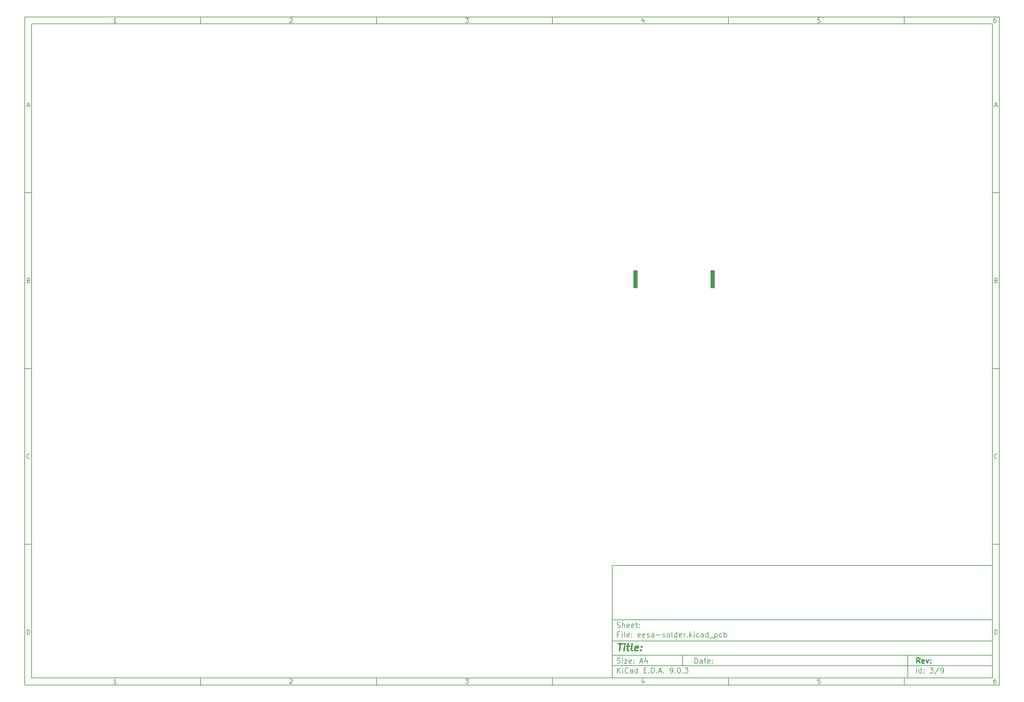
<source format=gbr>
%TF.GenerationSoftware,KiCad,Pcbnew,9.0.3*%
%TF.CreationDate,2025-07-28T16:08:29-05:00*%
%TF.ProjectId,eesa-solder,65657361-2d73-46f6-9c64-65722e6b6963,rev?*%
%TF.SameCoordinates,Original*%
%TF.FileFunction,Paste,Top*%
%TF.FilePolarity,Positive*%
%FSLAX46Y46*%
G04 Gerber Fmt 4.6, Leading zero omitted, Abs format (unit mm)*
G04 Created by KiCad (PCBNEW 9.0.3) date 2025-07-28 16:08:29*
%MOMM*%
%LPD*%
G01*
G04 APERTURE LIST*
%ADD10C,0.100000*%
%ADD11C,0.150000*%
%ADD12C,0.300000*%
%ADD13C,0.400000*%
%ADD14R,1.270000X5.080000*%
G04 APERTURE END LIST*
D10*
D11*
X177002200Y-166007200D02*
X285002200Y-166007200D01*
X285002200Y-198007200D01*
X177002200Y-198007200D01*
X177002200Y-166007200D01*
D10*
D11*
X10000000Y-10000000D02*
X287002200Y-10000000D01*
X287002200Y-200007200D01*
X10000000Y-200007200D01*
X10000000Y-10000000D01*
D10*
D11*
X12000000Y-12000000D02*
X285002200Y-12000000D01*
X285002200Y-198007200D01*
X12000000Y-198007200D01*
X12000000Y-12000000D01*
D10*
D11*
X60000000Y-12000000D02*
X60000000Y-10000000D01*
D10*
D11*
X110000000Y-12000000D02*
X110000000Y-10000000D01*
D10*
D11*
X160000000Y-12000000D02*
X160000000Y-10000000D01*
D10*
D11*
X210000000Y-12000000D02*
X210000000Y-10000000D01*
D10*
D11*
X260000000Y-12000000D02*
X260000000Y-10000000D01*
D10*
D11*
X36089160Y-11593604D02*
X35346303Y-11593604D01*
X35717731Y-11593604D02*
X35717731Y-10293604D01*
X35717731Y-10293604D02*
X35593922Y-10479319D01*
X35593922Y-10479319D02*
X35470112Y-10603128D01*
X35470112Y-10603128D02*
X35346303Y-10665033D01*
D10*
D11*
X85346303Y-10417414D02*
X85408207Y-10355509D01*
X85408207Y-10355509D02*
X85532017Y-10293604D01*
X85532017Y-10293604D02*
X85841541Y-10293604D01*
X85841541Y-10293604D02*
X85965350Y-10355509D01*
X85965350Y-10355509D02*
X86027255Y-10417414D01*
X86027255Y-10417414D02*
X86089160Y-10541223D01*
X86089160Y-10541223D02*
X86089160Y-10665033D01*
X86089160Y-10665033D02*
X86027255Y-10850747D01*
X86027255Y-10850747D02*
X85284398Y-11593604D01*
X85284398Y-11593604D02*
X86089160Y-11593604D01*
D10*
D11*
X135284398Y-10293604D02*
X136089160Y-10293604D01*
X136089160Y-10293604D02*
X135655826Y-10788842D01*
X135655826Y-10788842D02*
X135841541Y-10788842D01*
X135841541Y-10788842D02*
X135965350Y-10850747D01*
X135965350Y-10850747D02*
X136027255Y-10912652D01*
X136027255Y-10912652D02*
X136089160Y-11036461D01*
X136089160Y-11036461D02*
X136089160Y-11345985D01*
X136089160Y-11345985D02*
X136027255Y-11469795D01*
X136027255Y-11469795D02*
X135965350Y-11531700D01*
X135965350Y-11531700D02*
X135841541Y-11593604D01*
X135841541Y-11593604D02*
X135470112Y-11593604D01*
X135470112Y-11593604D02*
X135346303Y-11531700D01*
X135346303Y-11531700D02*
X135284398Y-11469795D01*
D10*
D11*
X185965350Y-10726938D02*
X185965350Y-11593604D01*
X185655826Y-10231700D02*
X185346303Y-11160271D01*
X185346303Y-11160271D02*
X186151064Y-11160271D01*
D10*
D11*
X236027255Y-10293604D02*
X235408207Y-10293604D01*
X235408207Y-10293604D02*
X235346303Y-10912652D01*
X235346303Y-10912652D02*
X235408207Y-10850747D01*
X235408207Y-10850747D02*
X235532017Y-10788842D01*
X235532017Y-10788842D02*
X235841541Y-10788842D01*
X235841541Y-10788842D02*
X235965350Y-10850747D01*
X235965350Y-10850747D02*
X236027255Y-10912652D01*
X236027255Y-10912652D02*
X236089160Y-11036461D01*
X236089160Y-11036461D02*
X236089160Y-11345985D01*
X236089160Y-11345985D02*
X236027255Y-11469795D01*
X236027255Y-11469795D02*
X235965350Y-11531700D01*
X235965350Y-11531700D02*
X235841541Y-11593604D01*
X235841541Y-11593604D02*
X235532017Y-11593604D01*
X235532017Y-11593604D02*
X235408207Y-11531700D01*
X235408207Y-11531700D02*
X235346303Y-11469795D01*
D10*
D11*
X285965350Y-10293604D02*
X285717731Y-10293604D01*
X285717731Y-10293604D02*
X285593922Y-10355509D01*
X285593922Y-10355509D02*
X285532017Y-10417414D01*
X285532017Y-10417414D02*
X285408207Y-10603128D01*
X285408207Y-10603128D02*
X285346303Y-10850747D01*
X285346303Y-10850747D02*
X285346303Y-11345985D01*
X285346303Y-11345985D02*
X285408207Y-11469795D01*
X285408207Y-11469795D02*
X285470112Y-11531700D01*
X285470112Y-11531700D02*
X285593922Y-11593604D01*
X285593922Y-11593604D02*
X285841541Y-11593604D01*
X285841541Y-11593604D02*
X285965350Y-11531700D01*
X285965350Y-11531700D02*
X286027255Y-11469795D01*
X286027255Y-11469795D02*
X286089160Y-11345985D01*
X286089160Y-11345985D02*
X286089160Y-11036461D01*
X286089160Y-11036461D02*
X286027255Y-10912652D01*
X286027255Y-10912652D02*
X285965350Y-10850747D01*
X285965350Y-10850747D02*
X285841541Y-10788842D01*
X285841541Y-10788842D02*
X285593922Y-10788842D01*
X285593922Y-10788842D02*
X285470112Y-10850747D01*
X285470112Y-10850747D02*
X285408207Y-10912652D01*
X285408207Y-10912652D02*
X285346303Y-11036461D01*
D10*
D11*
X60000000Y-198007200D02*
X60000000Y-200007200D01*
D10*
D11*
X110000000Y-198007200D02*
X110000000Y-200007200D01*
D10*
D11*
X160000000Y-198007200D02*
X160000000Y-200007200D01*
D10*
D11*
X210000000Y-198007200D02*
X210000000Y-200007200D01*
D10*
D11*
X260000000Y-198007200D02*
X260000000Y-200007200D01*
D10*
D11*
X36089160Y-199600804D02*
X35346303Y-199600804D01*
X35717731Y-199600804D02*
X35717731Y-198300804D01*
X35717731Y-198300804D02*
X35593922Y-198486519D01*
X35593922Y-198486519D02*
X35470112Y-198610328D01*
X35470112Y-198610328D02*
X35346303Y-198672233D01*
D10*
D11*
X85346303Y-198424614D02*
X85408207Y-198362709D01*
X85408207Y-198362709D02*
X85532017Y-198300804D01*
X85532017Y-198300804D02*
X85841541Y-198300804D01*
X85841541Y-198300804D02*
X85965350Y-198362709D01*
X85965350Y-198362709D02*
X86027255Y-198424614D01*
X86027255Y-198424614D02*
X86089160Y-198548423D01*
X86089160Y-198548423D02*
X86089160Y-198672233D01*
X86089160Y-198672233D02*
X86027255Y-198857947D01*
X86027255Y-198857947D02*
X85284398Y-199600804D01*
X85284398Y-199600804D02*
X86089160Y-199600804D01*
D10*
D11*
X135284398Y-198300804D02*
X136089160Y-198300804D01*
X136089160Y-198300804D02*
X135655826Y-198796042D01*
X135655826Y-198796042D02*
X135841541Y-198796042D01*
X135841541Y-198796042D02*
X135965350Y-198857947D01*
X135965350Y-198857947D02*
X136027255Y-198919852D01*
X136027255Y-198919852D02*
X136089160Y-199043661D01*
X136089160Y-199043661D02*
X136089160Y-199353185D01*
X136089160Y-199353185D02*
X136027255Y-199476995D01*
X136027255Y-199476995D02*
X135965350Y-199538900D01*
X135965350Y-199538900D02*
X135841541Y-199600804D01*
X135841541Y-199600804D02*
X135470112Y-199600804D01*
X135470112Y-199600804D02*
X135346303Y-199538900D01*
X135346303Y-199538900D02*
X135284398Y-199476995D01*
D10*
D11*
X185965350Y-198734138D02*
X185965350Y-199600804D01*
X185655826Y-198238900D02*
X185346303Y-199167471D01*
X185346303Y-199167471D02*
X186151064Y-199167471D01*
D10*
D11*
X236027255Y-198300804D02*
X235408207Y-198300804D01*
X235408207Y-198300804D02*
X235346303Y-198919852D01*
X235346303Y-198919852D02*
X235408207Y-198857947D01*
X235408207Y-198857947D02*
X235532017Y-198796042D01*
X235532017Y-198796042D02*
X235841541Y-198796042D01*
X235841541Y-198796042D02*
X235965350Y-198857947D01*
X235965350Y-198857947D02*
X236027255Y-198919852D01*
X236027255Y-198919852D02*
X236089160Y-199043661D01*
X236089160Y-199043661D02*
X236089160Y-199353185D01*
X236089160Y-199353185D02*
X236027255Y-199476995D01*
X236027255Y-199476995D02*
X235965350Y-199538900D01*
X235965350Y-199538900D02*
X235841541Y-199600804D01*
X235841541Y-199600804D02*
X235532017Y-199600804D01*
X235532017Y-199600804D02*
X235408207Y-199538900D01*
X235408207Y-199538900D02*
X235346303Y-199476995D01*
D10*
D11*
X285965350Y-198300804D02*
X285717731Y-198300804D01*
X285717731Y-198300804D02*
X285593922Y-198362709D01*
X285593922Y-198362709D02*
X285532017Y-198424614D01*
X285532017Y-198424614D02*
X285408207Y-198610328D01*
X285408207Y-198610328D02*
X285346303Y-198857947D01*
X285346303Y-198857947D02*
X285346303Y-199353185D01*
X285346303Y-199353185D02*
X285408207Y-199476995D01*
X285408207Y-199476995D02*
X285470112Y-199538900D01*
X285470112Y-199538900D02*
X285593922Y-199600804D01*
X285593922Y-199600804D02*
X285841541Y-199600804D01*
X285841541Y-199600804D02*
X285965350Y-199538900D01*
X285965350Y-199538900D02*
X286027255Y-199476995D01*
X286027255Y-199476995D02*
X286089160Y-199353185D01*
X286089160Y-199353185D02*
X286089160Y-199043661D01*
X286089160Y-199043661D02*
X286027255Y-198919852D01*
X286027255Y-198919852D02*
X285965350Y-198857947D01*
X285965350Y-198857947D02*
X285841541Y-198796042D01*
X285841541Y-198796042D02*
X285593922Y-198796042D01*
X285593922Y-198796042D02*
X285470112Y-198857947D01*
X285470112Y-198857947D02*
X285408207Y-198919852D01*
X285408207Y-198919852D02*
X285346303Y-199043661D01*
D10*
D11*
X10000000Y-60000000D02*
X12000000Y-60000000D01*
D10*
D11*
X10000000Y-110000000D02*
X12000000Y-110000000D01*
D10*
D11*
X10000000Y-160000000D02*
X12000000Y-160000000D01*
D10*
D11*
X10690476Y-35222176D02*
X11309523Y-35222176D01*
X10566666Y-35593604D02*
X10999999Y-34293604D01*
X10999999Y-34293604D02*
X11433333Y-35593604D01*
D10*
D11*
X11092857Y-84912652D02*
X11278571Y-84974557D01*
X11278571Y-84974557D02*
X11340476Y-85036461D01*
X11340476Y-85036461D02*
X11402380Y-85160271D01*
X11402380Y-85160271D02*
X11402380Y-85345985D01*
X11402380Y-85345985D02*
X11340476Y-85469795D01*
X11340476Y-85469795D02*
X11278571Y-85531700D01*
X11278571Y-85531700D02*
X11154761Y-85593604D01*
X11154761Y-85593604D02*
X10659523Y-85593604D01*
X10659523Y-85593604D02*
X10659523Y-84293604D01*
X10659523Y-84293604D02*
X11092857Y-84293604D01*
X11092857Y-84293604D02*
X11216666Y-84355509D01*
X11216666Y-84355509D02*
X11278571Y-84417414D01*
X11278571Y-84417414D02*
X11340476Y-84541223D01*
X11340476Y-84541223D02*
X11340476Y-84665033D01*
X11340476Y-84665033D02*
X11278571Y-84788842D01*
X11278571Y-84788842D02*
X11216666Y-84850747D01*
X11216666Y-84850747D02*
X11092857Y-84912652D01*
X11092857Y-84912652D02*
X10659523Y-84912652D01*
D10*
D11*
X11402380Y-135469795D02*
X11340476Y-135531700D01*
X11340476Y-135531700D02*
X11154761Y-135593604D01*
X11154761Y-135593604D02*
X11030952Y-135593604D01*
X11030952Y-135593604D02*
X10845238Y-135531700D01*
X10845238Y-135531700D02*
X10721428Y-135407890D01*
X10721428Y-135407890D02*
X10659523Y-135284080D01*
X10659523Y-135284080D02*
X10597619Y-135036461D01*
X10597619Y-135036461D02*
X10597619Y-134850747D01*
X10597619Y-134850747D02*
X10659523Y-134603128D01*
X10659523Y-134603128D02*
X10721428Y-134479319D01*
X10721428Y-134479319D02*
X10845238Y-134355509D01*
X10845238Y-134355509D02*
X11030952Y-134293604D01*
X11030952Y-134293604D02*
X11154761Y-134293604D01*
X11154761Y-134293604D02*
X11340476Y-134355509D01*
X11340476Y-134355509D02*
X11402380Y-134417414D01*
D10*
D11*
X10659523Y-185593604D02*
X10659523Y-184293604D01*
X10659523Y-184293604D02*
X10969047Y-184293604D01*
X10969047Y-184293604D02*
X11154761Y-184355509D01*
X11154761Y-184355509D02*
X11278571Y-184479319D01*
X11278571Y-184479319D02*
X11340476Y-184603128D01*
X11340476Y-184603128D02*
X11402380Y-184850747D01*
X11402380Y-184850747D02*
X11402380Y-185036461D01*
X11402380Y-185036461D02*
X11340476Y-185284080D01*
X11340476Y-185284080D02*
X11278571Y-185407890D01*
X11278571Y-185407890D02*
X11154761Y-185531700D01*
X11154761Y-185531700D02*
X10969047Y-185593604D01*
X10969047Y-185593604D02*
X10659523Y-185593604D01*
D10*
D11*
X287002200Y-60000000D02*
X285002200Y-60000000D01*
D10*
D11*
X287002200Y-110000000D02*
X285002200Y-110000000D01*
D10*
D11*
X287002200Y-160000000D02*
X285002200Y-160000000D01*
D10*
D11*
X285692676Y-35222176D02*
X286311723Y-35222176D01*
X285568866Y-35593604D02*
X286002199Y-34293604D01*
X286002199Y-34293604D02*
X286435533Y-35593604D01*
D10*
D11*
X286095057Y-84912652D02*
X286280771Y-84974557D01*
X286280771Y-84974557D02*
X286342676Y-85036461D01*
X286342676Y-85036461D02*
X286404580Y-85160271D01*
X286404580Y-85160271D02*
X286404580Y-85345985D01*
X286404580Y-85345985D02*
X286342676Y-85469795D01*
X286342676Y-85469795D02*
X286280771Y-85531700D01*
X286280771Y-85531700D02*
X286156961Y-85593604D01*
X286156961Y-85593604D02*
X285661723Y-85593604D01*
X285661723Y-85593604D02*
X285661723Y-84293604D01*
X285661723Y-84293604D02*
X286095057Y-84293604D01*
X286095057Y-84293604D02*
X286218866Y-84355509D01*
X286218866Y-84355509D02*
X286280771Y-84417414D01*
X286280771Y-84417414D02*
X286342676Y-84541223D01*
X286342676Y-84541223D02*
X286342676Y-84665033D01*
X286342676Y-84665033D02*
X286280771Y-84788842D01*
X286280771Y-84788842D02*
X286218866Y-84850747D01*
X286218866Y-84850747D02*
X286095057Y-84912652D01*
X286095057Y-84912652D02*
X285661723Y-84912652D01*
D10*
D11*
X286404580Y-135469795D02*
X286342676Y-135531700D01*
X286342676Y-135531700D02*
X286156961Y-135593604D01*
X286156961Y-135593604D02*
X286033152Y-135593604D01*
X286033152Y-135593604D02*
X285847438Y-135531700D01*
X285847438Y-135531700D02*
X285723628Y-135407890D01*
X285723628Y-135407890D02*
X285661723Y-135284080D01*
X285661723Y-135284080D02*
X285599819Y-135036461D01*
X285599819Y-135036461D02*
X285599819Y-134850747D01*
X285599819Y-134850747D02*
X285661723Y-134603128D01*
X285661723Y-134603128D02*
X285723628Y-134479319D01*
X285723628Y-134479319D02*
X285847438Y-134355509D01*
X285847438Y-134355509D02*
X286033152Y-134293604D01*
X286033152Y-134293604D02*
X286156961Y-134293604D01*
X286156961Y-134293604D02*
X286342676Y-134355509D01*
X286342676Y-134355509D02*
X286404580Y-134417414D01*
D10*
D11*
X285661723Y-185593604D02*
X285661723Y-184293604D01*
X285661723Y-184293604D02*
X285971247Y-184293604D01*
X285971247Y-184293604D02*
X286156961Y-184355509D01*
X286156961Y-184355509D02*
X286280771Y-184479319D01*
X286280771Y-184479319D02*
X286342676Y-184603128D01*
X286342676Y-184603128D02*
X286404580Y-184850747D01*
X286404580Y-184850747D02*
X286404580Y-185036461D01*
X286404580Y-185036461D02*
X286342676Y-185284080D01*
X286342676Y-185284080D02*
X286280771Y-185407890D01*
X286280771Y-185407890D02*
X286156961Y-185531700D01*
X286156961Y-185531700D02*
X285971247Y-185593604D01*
X285971247Y-185593604D02*
X285661723Y-185593604D01*
D10*
D11*
X200458026Y-193793328D02*
X200458026Y-192293328D01*
X200458026Y-192293328D02*
X200815169Y-192293328D01*
X200815169Y-192293328D02*
X201029455Y-192364757D01*
X201029455Y-192364757D02*
X201172312Y-192507614D01*
X201172312Y-192507614D02*
X201243741Y-192650471D01*
X201243741Y-192650471D02*
X201315169Y-192936185D01*
X201315169Y-192936185D02*
X201315169Y-193150471D01*
X201315169Y-193150471D02*
X201243741Y-193436185D01*
X201243741Y-193436185D02*
X201172312Y-193579042D01*
X201172312Y-193579042D02*
X201029455Y-193721900D01*
X201029455Y-193721900D02*
X200815169Y-193793328D01*
X200815169Y-193793328D02*
X200458026Y-193793328D01*
X202600884Y-193793328D02*
X202600884Y-193007614D01*
X202600884Y-193007614D02*
X202529455Y-192864757D01*
X202529455Y-192864757D02*
X202386598Y-192793328D01*
X202386598Y-192793328D02*
X202100884Y-192793328D01*
X202100884Y-192793328D02*
X201958026Y-192864757D01*
X202600884Y-193721900D02*
X202458026Y-193793328D01*
X202458026Y-193793328D02*
X202100884Y-193793328D01*
X202100884Y-193793328D02*
X201958026Y-193721900D01*
X201958026Y-193721900D02*
X201886598Y-193579042D01*
X201886598Y-193579042D02*
X201886598Y-193436185D01*
X201886598Y-193436185D02*
X201958026Y-193293328D01*
X201958026Y-193293328D02*
X202100884Y-193221900D01*
X202100884Y-193221900D02*
X202458026Y-193221900D01*
X202458026Y-193221900D02*
X202600884Y-193150471D01*
X203100884Y-192793328D02*
X203672312Y-192793328D01*
X203315169Y-192293328D02*
X203315169Y-193579042D01*
X203315169Y-193579042D02*
X203386598Y-193721900D01*
X203386598Y-193721900D02*
X203529455Y-193793328D01*
X203529455Y-193793328D02*
X203672312Y-193793328D01*
X204743741Y-193721900D02*
X204600884Y-193793328D01*
X204600884Y-193793328D02*
X204315170Y-193793328D01*
X204315170Y-193793328D02*
X204172312Y-193721900D01*
X204172312Y-193721900D02*
X204100884Y-193579042D01*
X204100884Y-193579042D02*
X204100884Y-193007614D01*
X204100884Y-193007614D02*
X204172312Y-192864757D01*
X204172312Y-192864757D02*
X204315170Y-192793328D01*
X204315170Y-192793328D02*
X204600884Y-192793328D01*
X204600884Y-192793328D02*
X204743741Y-192864757D01*
X204743741Y-192864757D02*
X204815170Y-193007614D01*
X204815170Y-193007614D02*
X204815170Y-193150471D01*
X204815170Y-193150471D02*
X204100884Y-193293328D01*
X205458026Y-193650471D02*
X205529455Y-193721900D01*
X205529455Y-193721900D02*
X205458026Y-193793328D01*
X205458026Y-193793328D02*
X205386598Y-193721900D01*
X205386598Y-193721900D02*
X205458026Y-193650471D01*
X205458026Y-193650471D02*
X205458026Y-193793328D01*
X205458026Y-192864757D02*
X205529455Y-192936185D01*
X205529455Y-192936185D02*
X205458026Y-193007614D01*
X205458026Y-193007614D02*
X205386598Y-192936185D01*
X205386598Y-192936185D02*
X205458026Y-192864757D01*
X205458026Y-192864757D02*
X205458026Y-193007614D01*
D10*
D11*
X177002200Y-194507200D02*
X285002200Y-194507200D01*
D10*
D11*
X178458026Y-196593328D02*
X178458026Y-195093328D01*
X179315169Y-196593328D02*
X178672312Y-195736185D01*
X179315169Y-195093328D02*
X178458026Y-195950471D01*
X179958026Y-196593328D02*
X179958026Y-195593328D01*
X179958026Y-195093328D02*
X179886598Y-195164757D01*
X179886598Y-195164757D02*
X179958026Y-195236185D01*
X179958026Y-195236185D02*
X180029455Y-195164757D01*
X180029455Y-195164757D02*
X179958026Y-195093328D01*
X179958026Y-195093328D02*
X179958026Y-195236185D01*
X181529455Y-196450471D02*
X181458027Y-196521900D01*
X181458027Y-196521900D02*
X181243741Y-196593328D01*
X181243741Y-196593328D02*
X181100884Y-196593328D01*
X181100884Y-196593328D02*
X180886598Y-196521900D01*
X180886598Y-196521900D02*
X180743741Y-196379042D01*
X180743741Y-196379042D02*
X180672312Y-196236185D01*
X180672312Y-196236185D02*
X180600884Y-195950471D01*
X180600884Y-195950471D02*
X180600884Y-195736185D01*
X180600884Y-195736185D02*
X180672312Y-195450471D01*
X180672312Y-195450471D02*
X180743741Y-195307614D01*
X180743741Y-195307614D02*
X180886598Y-195164757D01*
X180886598Y-195164757D02*
X181100884Y-195093328D01*
X181100884Y-195093328D02*
X181243741Y-195093328D01*
X181243741Y-195093328D02*
X181458027Y-195164757D01*
X181458027Y-195164757D02*
X181529455Y-195236185D01*
X182815170Y-196593328D02*
X182815170Y-195807614D01*
X182815170Y-195807614D02*
X182743741Y-195664757D01*
X182743741Y-195664757D02*
X182600884Y-195593328D01*
X182600884Y-195593328D02*
X182315170Y-195593328D01*
X182315170Y-195593328D02*
X182172312Y-195664757D01*
X182815170Y-196521900D02*
X182672312Y-196593328D01*
X182672312Y-196593328D02*
X182315170Y-196593328D01*
X182315170Y-196593328D02*
X182172312Y-196521900D01*
X182172312Y-196521900D02*
X182100884Y-196379042D01*
X182100884Y-196379042D02*
X182100884Y-196236185D01*
X182100884Y-196236185D02*
X182172312Y-196093328D01*
X182172312Y-196093328D02*
X182315170Y-196021900D01*
X182315170Y-196021900D02*
X182672312Y-196021900D01*
X182672312Y-196021900D02*
X182815170Y-195950471D01*
X184172313Y-196593328D02*
X184172313Y-195093328D01*
X184172313Y-196521900D02*
X184029455Y-196593328D01*
X184029455Y-196593328D02*
X183743741Y-196593328D01*
X183743741Y-196593328D02*
X183600884Y-196521900D01*
X183600884Y-196521900D02*
X183529455Y-196450471D01*
X183529455Y-196450471D02*
X183458027Y-196307614D01*
X183458027Y-196307614D02*
X183458027Y-195879042D01*
X183458027Y-195879042D02*
X183529455Y-195736185D01*
X183529455Y-195736185D02*
X183600884Y-195664757D01*
X183600884Y-195664757D02*
X183743741Y-195593328D01*
X183743741Y-195593328D02*
X184029455Y-195593328D01*
X184029455Y-195593328D02*
X184172313Y-195664757D01*
X186029455Y-195807614D02*
X186529455Y-195807614D01*
X186743741Y-196593328D02*
X186029455Y-196593328D01*
X186029455Y-196593328D02*
X186029455Y-195093328D01*
X186029455Y-195093328D02*
X186743741Y-195093328D01*
X187386598Y-196450471D02*
X187458027Y-196521900D01*
X187458027Y-196521900D02*
X187386598Y-196593328D01*
X187386598Y-196593328D02*
X187315170Y-196521900D01*
X187315170Y-196521900D02*
X187386598Y-196450471D01*
X187386598Y-196450471D02*
X187386598Y-196593328D01*
X188100884Y-196593328D02*
X188100884Y-195093328D01*
X188100884Y-195093328D02*
X188458027Y-195093328D01*
X188458027Y-195093328D02*
X188672313Y-195164757D01*
X188672313Y-195164757D02*
X188815170Y-195307614D01*
X188815170Y-195307614D02*
X188886599Y-195450471D01*
X188886599Y-195450471D02*
X188958027Y-195736185D01*
X188958027Y-195736185D02*
X188958027Y-195950471D01*
X188958027Y-195950471D02*
X188886599Y-196236185D01*
X188886599Y-196236185D02*
X188815170Y-196379042D01*
X188815170Y-196379042D02*
X188672313Y-196521900D01*
X188672313Y-196521900D02*
X188458027Y-196593328D01*
X188458027Y-196593328D02*
X188100884Y-196593328D01*
X189600884Y-196450471D02*
X189672313Y-196521900D01*
X189672313Y-196521900D02*
X189600884Y-196593328D01*
X189600884Y-196593328D02*
X189529456Y-196521900D01*
X189529456Y-196521900D02*
X189600884Y-196450471D01*
X189600884Y-196450471D02*
X189600884Y-196593328D01*
X190243742Y-196164757D02*
X190958028Y-196164757D01*
X190100885Y-196593328D02*
X190600885Y-195093328D01*
X190600885Y-195093328D02*
X191100885Y-196593328D01*
X191600884Y-196450471D02*
X191672313Y-196521900D01*
X191672313Y-196521900D02*
X191600884Y-196593328D01*
X191600884Y-196593328D02*
X191529456Y-196521900D01*
X191529456Y-196521900D02*
X191600884Y-196450471D01*
X191600884Y-196450471D02*
X191600884Y-196593328D01*
X193529456Y-196593328D02*
X193815170Y-196593328D01*
X193815170Y-196593328D02*
X193958027Y-196521900D01*
X193958027Y-196521900D02*
X194029456Y-196450471D01*
X194029456Y-196450471D02*
X194172313Y-196236185D01*
X194172313Y-196236185D02*
X194243742Y-195950471D01*
X194243742Y-195950471D02*
X194243742Y-195379042D01*
X194243742Y-195379042D02*
X194172313Y-195236185D01*
X194172313Y-195236185D02*
X194100885Y-195164757D01*
X194100885Y-195164757D02*
X193958027Y-195093328D01*
X193958027Y-195093328D02*
X193672313Y-195093328D01*
X193672313Y-195093328D02*
X193529456Y-195164757D01*
X193529456Y-195164757D02*
X193458027Y-195236185D01*
X193458027Y-195236185D02*
X193386599Y-195379042D01*
X193386599Y-195379042D02*
X193386599Y-195736185D01*
X193386599Y-195736185D02*
X193458027Y-195879042D01*
X193458027Y-195879042D02*
X193529456Y-195950471D01*
X193529456Y-195950471D02*
X193672313Y-196021900D01*
X193672313Y-196021900D02*
X193958027Y-196021900D01*
X193958027Y-196021900D02*
X194100885Y-195950471D01*
X194100885Y-195950471D02*
X194172313Y-195879042D01*
X194172313Y-195879042D02*
X194243742Y-195736185D01*
X194886598Y-196450471D02*
X194958027Y-196521900D01*
X194958027Y-196521900D02*
X194886598Y-196593328D01*
X194886598Y-196593328D02*
X194815170Y-196521900D01*
X194815170Y-196521900D02*
X194886598Y-196450471D01*
X194886598Y-196450471D02*
X194886598Y-196593328D01*
X195886599Y-195093328D02*
X196029456Y-195093328D01*
X196029456Y-195093328D02*
X196172313Y-195164757D01*
X196172313Y-195164757D02*
X196243742Y-195236185D01*
X196243742Y-195236185D02*
X196315170Y-195379042D01*
X196315170Y-195379042D02*
X196386599Y-195664757D01*
X196386599Y-195664757D02*
X196386599Y-196021900D01*
X196386599Y-196021900D02*
X196315170Y-196307614D01*
X196315170Y-196307614D02*
X196243742Y-196450471D01*
X196243742Y-196450471D02*
X196172313Y-196521900D01*
X196172313Y-196521900D02*
X196029456Y-196593328D01*
X196029456Y-196593328D02*
X195886599Y-196593328D01*
X195886599Y-196593328D02*
X195743742Y-196521900D01*
X195743742Y-196521900D02*
X195672313Y-196450471D01*
X195672313Y-196450471D02*
X195600884Y-196307614D01*
X195600884Y-196307614D02*
X195529456Y-196021900D01*
X195529456Y-196021900D02*
X195529456Y-195664757D01*
X195529456Y-195664757D02*
X195600884Y-195379042D01*
X195600884Y-195379042D02*
X195672313Y-195236185D01*
X195672313Y-195236185D02*
X195743742Y-195164757D01*
X195743742Y-195164757D02*
X195886599Y-195093328D01*
X197029455Y-196450471D02*
X197100884Y-196521900D01*
X197100884Y-196521900D02*
X197029455Y-196593328D01*
X197029455Y-196593328D02*
X196958027Y-196521900D01*
X196958027Y-196521900D02*
X197029455Y-196450471D01*
X197029455Y-196450471D02*
X197029455Y-196593328D01*
X197600884Y-195093328D02*
X198529456Y-195093328D01*
X198529456Y-195093328D02*
X198029456Y-195664757D01*
X198029456Y-195664757D02*
X198243741Y-195664757D01*
X198243741Y-195664757D02*
X198386599Y-195736185D01*
X198386599Y-195736185D02*
X198458027Y-195807614D01*
X198458027Y-195807614D02*
X198529456Y-195950471D01*
X198529456Y-195950471D02*
X198529456Y-196307614D01*
X198529456Y-196307614D02*
X198458027Y-196450471D01*
X198458027Y-196450471D02*
X198386599Y-196521900D01*
X198386599Y-196521900D02*
X198243741Y-196593328D01*
X198243741Y-196593328D02*
X197815170Y-196593328D01*
X197815170Y-196593328D02*
X197672313Y-196521900D01*
X197672313Y-196521900D02*
X197600884Y-196450471D01*
D10*
D11*
X177002200Y-191507200D02*
X285002200Y-191507200D01*
D10*
D12*
X264413853Y-193785528D02*
X263913853Y-193071242D01*
X263556710Y-193785528D02*
X263556710Y-192285528D01*
X263556710Y-192285528D02*
X264128139Y-192285528D01*
X264128139Y-192285528D02*
X264270996Y-192356957D01*
X264270996Y-192356957D02*
X264342425Y-192428385D01*
X264342425Y-192428385D02*
X264413853Y-192571242D01*
X264413853Y-192571242D02*
X264413853Y-192785528D01*
X264413853Y-192785528D02*
X264342425Y-192928385D01*
X264342425Y-192928385D02*
X264270996Y-192999814D01*
X264270996Y-192999814D02*
X264128139Y-193071242D01*
X264128139Y-193071242D02*
X263556710Y-193071242D01*
X265628139Y-193714100D02*
X265485282Y-193785528D01*
X265485282Y-193785528D02*
X265199568Y-193785528D01*
X265199568Y-193785528D02*
X265056710Y-193714100D01*
X265056710Y-193714100D02*
X264985282Y-193571242D01*
X264985282Y-193571242D02*
X264985282Y-192999814D01*
X264985282Y-192999814D02*
X265056710Y-192856957D01*
X265056710Y-192856957D02*
X265199568Y-192785528D01*
X265199568Y-192785528D02*
X265485282Y-192785528D01*
X265485282Y-192785528D02*
X265628139Y-192856957D01*
X265628139Y-192856957D02*
X265699568Y-192999814D01*
X265699568Y-192999814D02*
X265699568Y-193142671D01*
X265699568Y-193142671D02*
X264985282Y-193285528D01*
X266199567Y-192785528D02*
X266556710Y-193785528D01*
X266556710Y-193785528D02*
X266913853Y-192785528D01*
X267485281Y-193642671D02*
X267556710Y-193714100D01*
X267556710Y-193714100D02*
X267485281Y-193785528D01*
X267485281Y-193785528D02*
X267413853Y-193714100D01*
X267413853Y-193714100D02*
X267485281Y-193642671D01*
X267485281Y-193642671D02*
X267485281Y-193785528D01*
X267485281Y-192856957D02*
X267556710Y-192928385D01*
X267556710Y-192928385D02*
X267485281Y-192999814D01*
X267485281Y-192999814D02*
X267413853Y-192928385D01*
X267413853Y-192928385D02*
X267485281Y-192856957D01*
X267485281Y-192856957D02*
X267485281Y-192999814D01*
D10*
D11*
X178386598Y-193721900D02*
X178600884Y-193793328D01*
X178600884Y-193793328D02*
X178958026Y-193793328D01*
X178958026Y-193793328D02*
X179100884Y-193721900D01*
X179100884Y-193721900D02*
X179172312Y-193650471D01*
X179172312Y-193650471D02*
X179243741Y-193507614D01*
X179243741Y-193507614D02*
X179243741Y-193364757D01*
X179243741Y-193364757D02*
X179172312Y-193221900D01*
X179172312Y-193221900D02*
X179100884Y-193150471D01*
X179100884Y-193150471D02*
X178958026Y-193079042D01*
X178958026Y-193079042D02*
X178672312Y-193007614D01*
X178672312Y-193007614D02*
X178529455Y-192936185D01*
X178529455Y-192936185D02*
X178458026Y-192864757D01*
X178458026Y-192864757D02*
X178386598Y-192721900D01*
X178386598Y-192721900D02*
X178386598Y-192579042D01*
X178386598Y-192579042D02*
X178458026Y-192436185D01*
X178458026Y-192436185D02*
X178529455Y-192364757D01*
X178529455Y-192364757D02*
X178672312Y-192293328D01*
X178672312Y-192293328D02*
X179029455Y-192293328D01*
X179029455Y-192293328D02*
X179243741Y-192364757D01*
X179886597Y-193793328D02*
X179886597Y-192793328D01*
X179886597Y-192293328D02*
X179815169Y-192364757D01*
X179815169Y-192364757D02*
X179886597Y-192436185D01*
X179886597Y-192436185D02*
X179958026Y-192364757D01*
X179958026Y-192364757D02*
X179886597Y-192293328D01*
X179886597Y-192293328D02*
X179886597Y-192436185D01*
X180458026Y-192793328D02*
X181243741Y-192793328D01*
X181243741Y-192793328D02*
X180458026Y-193793328D01*
X180458026Y-193793328D02*
X181243741Y-193793328D01*
X182386598Y-193721900D02*
X182243741Y-193793328D01*
X182243741Y-193793328D02*
X181958027Y-193793328D01*
X181958027Y-193793328D02*
X181815169Y-193721900D01*
X181815169Y-193721900D02*
X181743741Y-193579042D01*
X181743741Y-193579042D02*
X181743741Y-193007614D01*
X181743741Y-193007614D02*
X181815169Y-192864757D01*
X181815169Y-192864757D02*
X181958027Y-192793328D01*
X181958027Y-192793328D02*
X182243741Y-192793328D01*
X182243741Y-192793328D02*
X182386598Y-192864757D01*
X182386598Y-192864757D02*
X182458027Y-193007614D01*
X182458027Y-193007614D02*
X182458027Y-193150471D01*
X182458027Y-193150471D02*
X181743741Y-193293328D01*
X183100883Y-193650471D02*
X183172312Y-193721900D01*
X183172312Y-193721900D02*
X183100883Y-193793328D01*
X183100883Y-193793328D02*
X183029455Y-193721900D01*
X183029455Y-193721900D02*
X183100883Y-193650471D01*
X183100883Y-193650471D02*
X183100883Y-193793328D01*
X183100883Y-192864757D02*
X183172312Y-192936185D01*
X183172312Y-192936185D02*
X183100883Y-193007614D01*
X183100883Y-193007614D02*
X183029455Y-192936185D01*
X183029455Y-192936185D02*
X183100883Y-192864757D01*
X183100883Y-192864757D02*
X183100883Y-193007614D01*
X184886598Y-193364757D02*
X185600884Y-193364757D01*
X184743741Y-193793328D02*
X185243741Y-192293328D01*
X185243741Y-192293328D02*
X185743741Y-193793328D01*
X186886598Y-192793328D02*
X186886598Y-193793328D01*
X186529455Y-192221900D02*
X186172312Y-193293328D01*
X186172312Y-193293328D02*
X187100883Y-193293328D01*
D10*
D11*
X263458026Y-196593328D02*
X263458026Y-195093328D01*
X264815170Y-196593328D02*
X264815170Y-195093328D01*
X264815170Y-196521900D02*
X264672312Y-196593328D01*
X264672312Y-196593328D02*
X264386598Y-196593328D01*
X264386598Y-196593328D02*
X264243741Y-196521900D01*
X264243741Y-196521900D02*
X264172312Y-196450471D01*
X264172312Y-196450471D02*
X264100884Y-196307614D01*
X264100884Y-196307614D02*
X264100884Y-195879042D01*
X264100884Y-195879042D02*
X264172312Y-195736185D01*
X264172312Y-195736185D02*
X264243741Y-195664757D01*
X264243741Y-195664757D02*
X264386598Y-195593328D01*
X264386598Y-195593328D02*
X264672312Y-195593328D01*
X264672312Y-195593328D02*
X264815170Y-195664757D01*
X265529455Y-196450471D02*
X265600884Y-196521900D01*
X265600884Y-196521900D02*
X265529455Y-196593328D01*
X265529455Y-196593328D02*
X265458027Y-196521900D01*
X265458027Y-196521900D02*
X265529455Y-196450471D01*
X265529455Y-196450471D02*
X265529455Y-196593328D01*
X265529455Y-195664757D02*
X265600884Y-195736185D01*
X265600884Y-195736185D02*
X265529455Y-195807614D01*
X265529455Y-195807614D02*
X265458027Y-195736185D01*
X265458027Y-195736185D02*
X265529455Y-195664757D01*
X265529455Y-195664757D02*
X265529455Y-195807614D01*
X267243741Y-195093328D02*
X268172313Y-195093328D01*
X268172313Y-195093328D02*
X267672313Y-195664757D01*
X267672313Y-195664757D02*
X267886598Y-195664757D01*
X267886598Y-195664757D02*
X268029456Y-195736185D01*
X268029456Y-195736185D02*
X268100884Y-195807614D01*
X268100884Y-195807614D02*
X268172313Y-195950471D01*
X268172313Y-195950471D02*
X268172313Y-196307614D01*
X268172313Y-196307614D02*
X268100884Y-196450471D01*
X268100884Y-196450471D02*
X268029456Y-196521900D01*
X268029456Y-196521900D02*
X267886598Y-196593328D01*
X267886598Y-196593328D02*
X267458027Y-196593328D01*
X267458027Y-196593328D02*
X267315170Y-196521900D01*
X267315170Y-196521900D02*
X267243741Y-196450471D01*
X269886598Y-195021900D02*
X268600884Y-196950471D01*
X270458027Y-196593328D02*
X270743741Y-196593328D01*
X270743741Y-196593328D02*
X270886598Y-196521900D01*
X270886598Y-196521900D02*
X270958027Y-196450471D01*
X270958027Y-196450471D02*
X271100884Y-196236185D01*
X271100884Y-196236185D02*
X271172313Y-195950471D01*
X271172313Y-195950471D02*
X271172313Y-195379042D01*
X271172313Y-195379042D02*
X271100884Y-195236185D01*
X271100884Y-195236185D02*
X271029456Y-195164757D01*
X271029456Y-195164757D02*
X270886598Y-195093328D01*
X270886598Y-195093328D02*
X270600884Y-195093328D01*
X270600884Y-195093328D02*
X270458027Y-195164757D01*
X270458027Y-195164757D02*
X270386598Y-195236185D01*
X270386598Y-195236185D02*
X270315170Y-195379042D01*
X270315170Y-195379042D02*
X270315170Y-195736185D01*
X270315170Y-195736185D02*
X270386598Y-195879042D01*
X270386598Y-195879042D02*
X270458027Y-195950471D01*
X270458027Y-195950471D02*
X270600884Y-196021900D01*
X270600884Y-196021900D02*
X270886598Y-196021900D01*
X270886598Y-196021900D02*
X271029456Y-195950471D01*
X271029456Y-195950471D02*
X271100884Y-195879042D01*
X271100884Y-195879042D02*
X271172313Y-195736185D01*
D10*
D11*
X177002200Y-187507200D02*
X285002200Y-187507200D01*
D10*
D13*
X178693928Y-188211638D02*
X179836785Y-188211638D01*
X179015357Y-190211638D02*
X179265357Y-188211638D01*
X180253452Y-190211638D02*
X180420119Y-188878304D01*
X180503452Y-188211638D02*
X180396309Y-188306876D01*
X180396309Y-188306876D02*
X180479643Y-188402114D01*
X180479643Y-188402114D02*
X180586786Y-188306876D01*
X180586786Y-188306876D02*
X180503452Y-188211638D01*
X180503452Y-188211638D02*
X180479643Y-188402114D01*
X181086786Y-188878304D02*
X181848690Y-188878304D01*
X181455833Y-188211638D02*
X181241548Y-189925923D01*
X181241548Y-189925923D02*
X181312976Y-190116400D01*
X181312976Y-190116400D02*
X181491548Y-190211638D01*
X181491548Y-190211638D02*
X181682024Y-190211638D01*
X182634405Y-190211638D02*
X182455833Y-190116400D01*
X182455833Y-190116400D02*
X182384405Y-189925923D01*
X182384405Y-189925923D02*
X182598690Y-188211638D01*
X184170119Y-190116400D02*
X183967738Y-190211638D01*
X183967738Y-190211638D02*
X183586785Y-190211638D01*
X183586785Y-190211638D02*
X183408214Y-190116400D01*
X183408214Y-190116400D02*
X183336785Y-189925923D01*
X183336785Y-189925923D02*
X183432024Y-189164019D01*
X183432024Y-189164019D02*
X183551071Y-188973542D01*
X183551071Y-188973542D02*
X183753452Y-188878304D01*
X183753452Y-188878304D02*
X184134404Y-188878304D01*
X184134404Y-188878304D02*
X184312976Y-188973542D01*
X184312976Y-188973542D02*
X184384404Y-189164019D01*
X184384404Y-189164019D02*
X184360595Y-189354495D01*
X184360595Y-189354495D02*
X183384404Y-189544971D01*
X185134405Y-190021161D02*
X185217738Y-190116400D01*
X185217738Y-190116400D02*
X185110595Y-190211638D01*
X185110595Y-190211638D02*
X185027262Y-190116400D01*
X185027262Y-190116400D02*
X185134405Y-190021161D01*
X185134405Y-190021161D02*
X185110595Y-190211638D01*
X185265357Y-188973542D02*
X185348690Y-189068780D01*
X185348690Y-189068780D02*
X185241548Y-189164019D01*
X185241548Y-189164019D02*
X185158214Y-189068780D01*
X185158214Y-189068780D02*
X185265357Y-188973542D01*
X185265357Y-188973542D02*
X185241548Y-189164019D01*
D10*
D11*
X178958026Y-185607614D02*
X178458026Y-185607614D01*
X178458026Y-186393328D02*
X178458026Y-184893328D01*
X178458026Y-184893328D02*
X179172312Y-184893328D01*
X179743740Y-186393328D02*
X179743740Y-185393328D01*
X179743740Y-184893328D02*
X179672312Y-184964757D01*
X179672312Y-184964757D02*
X179743740Y-185036185D01*
X179743740Y-185036185D02*
X179815169Y-184964757D01*
X179815169Y-184964757D02*
X179743740Y-184893328D01*
X179743740Y-184893328D02*
X179743740Y-185036185D01*
X180672312Y-186393328D02*
X180529455Y-186321900D01*
X180529455Y-186321900D02*
X180458026Y-186179042D01*
X180458026Y-186179042D02*
X180458026Y-184893328D01*
X181815169Y-186321900D02*
X181672312Y-186393328D01*
X181672312Y-186393328D02*
X181386598Y-186393328D01*
X181386598Y-186393328D02*
X181243740Y-186321900D01*
X181243740Y-186321900D02*
X181172312Y-186179042D01*
X181172312Y-186179042D02*
X181172312Y-185607614D01*
X181172312Y-185607614D02*
X181243740Y-185464757D01*
X181243740Y-185464757D02*
X181386598Y-185393328D01*
X181386598Y-185393328D02*
X181672312Y-185393328D01*
X181672312Y-185393328D02*
X181815169Y-185464757D01*
X181815169Y-185464757D02*
X181886598Y-185607614D01*
X181886598Y-185607614D02*
X181886598Y-185750471D01*
X181886598Y-185750471D02*
X181172312Y-185893328D01*
X182529454Y-186250471D02*
X182600883Y-186321900D01*
X182600883Y-186321900D02*
X182529454Y-186393328D01*
X182529454Y-186393328D02*
X182458026Y-186321900D01*
X182458026Y-186321900D02*
X182529454Y-186250471D01*
X182529454Y-186250471D02*
X182529454Y-186393328D01*
X182529454Y-185464757D02*
X182600883Y-185536185D01*
X182600883Y-185536185D02*
X182529454Y-185607614D01*
X182529454Y-185607614D02*
X182458026Y-185536185D01*
X182458026Y-185536185D02*
X182529454Y-185464757D01*
X182529454Y-185464757D02*
X182529454Y-185607614D01*
X184958026Y-186321900D02*
X184815169Y-186393328D01*
X184815169Y-186393328D02*
X184529455Y-186393328D01*
X184529455Y-186393328D02*
X184386597Y-186321900D01*
X184386597Y-186321900D02*
X184315169Y-186179042D01*
X184315169Y-186179042D02*
X184315169Y-185607614D01*
X184315169Y-185607614D02*
X184386597Y-185464757D01*
X184386597Y-185464757D02*
X184529455Y-185393328D01*
X184529455Y-185393328D02*
X184815169Y-185393328D01*
X184815169Y-185393328D02*
X184958026Y-185464757D01*
X184958026Y-185464757D02*
X185029455Y-185607614D01*
X185029455Y-185607614D02*
X185029455Y-185750471D01*
X185029455Y-185750471D02*
X184315169Y-185893328D01*
X186243740Y-186321900D02*
X186100883Y-186393328D01*
X186100883Y-186393328D02*
X185815169Y-186393328D01*
X185815169Y-186393328D02*
X185672311Y-186321900D01*
X185672311Y-186321900D02*
X185600883Y-186179042D01*
X185600883Y-186179042D02*
X185600883Y-185607614D01*
X185600883Y-185607614D02*
X185672311Y-185464757D01*
X185672311Y-185464757D02*
X185815169Y-185393328D01*
X185815169Y-185393328D02*
X186100883Y-185393328D01*
X186100883Y-185393328D02*
X186243740Y-185464757D01*
X186243740Y-185464757D02*
X186315169Y-185607614D01*
X186315169Y-185607614D02*
X186315169Y-185750471D01*
X186315169Y-185750471D02*
X185600883Y-185893328D01*
X186886597Y-186321900D02*
X187029454Y-186393328D01*
X187029454Y-186393328D02*
X187315168Y-186393328D01*
X187315168Y-186393328D02*
X187458025Y-186321900D01*
X187458025Y-186321900D02*
X187529454Y-186179042D01*
X187529454Y-186179042D02*
X187529454Y-186107614D01*
X187529454Y-186107614D02*
X187458025Y-185964757D01*
X187458025Y-185964757D02*
X187315168Y-185893328D01*
X187315168Y-185893328D02*
X187100883Y-185893328D01*
X187100883Y-185893328D02*
X186958025Y-185821900D01*
X186958025Y-185821900D02*
X186886597Y-185679042D01*
X186886597Y-185679042D02*
X186886597Y-185607614D01*
X186886597Y-185607614D02*
X186958025Y-185464757D01*
X186958025Y-185464757D02*
X187100883Y-185393328D01*
X187100883Y-185393328D02*
X187315168Y-185393328D01*
X187315168Y-185393328D02*
X187458025Y-185464757D01*
X188815169Y-186393328D02*
X188815169Y-185607614D01*
X188815169Y-185607614D02*
X188743740Y-185464757D01*
X188743740Y-185464757D02*
X188600883Y-185393328D01*
X188600883Y-185393328D02*
X188315169Y-185393328D01*
X188315169Y-185393328D02*
X188172311Y-185464757D01*
X188815169Y-186321900D02*
X188672311Y-186393328D01*
X188672311Y-186393328D02*
X188315169Y-186393328D01*
X188315169Y-186393328D02*
X188172311Y-186321900D01*
X188172311Y-186321900D02*
X188100883Y-186179042D01*
X188100883Y-186179042D02*
X188100883Y-186036185D01*
X188100883Y-186036185D02*
X188172311Y-185893328D01*
X188172311Y-185893328D02*
X188315169Y-185821900D01*
X188315169Y-185821900D02*
X188672311Y-185821900D01*
X188672311Y-185821900D02*
X188815169Y-185750471D01*
X189529454Y-185821900D02*
X190672312Y-185821900D01*
X191315169Y-186321900D02*
X191458026Y-186393328D01*
X191458026Y-186393328D02*
X191743740Y-186393328D01*
X191743740Y-186393328D02*
X191886597Y-186321900D01*
X191886597Y-186321900D02*
X191958026Y-186179042D01*
X191958026Y-186179042D02*
X191958026Y-186107614D01*
X191958026Y-186107614D02*
X191886597Y-185964757D01*
X191886597Y-185964757D02*
X191743740Y-185893328D01*
X191743740Y-185893328D02*
X191529455Y-185893328D01*
X191529455Y-185893328D02*
X191386597Y-185821900D01*
X191386597Y-185821900D02*
X191315169Y-185679042D01*
X191315169Y-185679042D02*
X191315169Y-185607614D01*
X191315169Y-185607614D02*
X191386597Y-185464757D01*
X191386597Y-185464757D02*
X191529455Y-185393328D01*
X191529455Y-185393328D02*
X191743740Y-185393328D01*
X191743740Y-185393328D02*
X191886597Y-185464757D01*
X192815169Y-186393328D02*
X192672312Y-186321900D01*
X192672312Y-186321900D02*
X192600883Y-186250471D01*
X192600883Y-186250471D02*
X192529455Y-186107614D01*
X192529455Y-186107614D02*
X192529455Y-185679042D01*
X192529455Y-185679042D02*
X192600883Y-185536185D01*
X192600883Y-185536185D02*
X192672312Y-185464757D01*
X192672312Y-185464757D02*
X192815169Y-185393328D01*
X192815169Y-185393328D02*
X193029455Y-185393328D01*
X193029455Y-185393328D02*
X193172312Y-185464757D01*
X193172312Y-185464757D02*
X193243741Y-185536185D01*
X193243741Y-185536185D02*
X193315169Y-185679042D01*
X193315169Y-185679042D02*
X193315169Y-186107614D01*
X193315169Y-186107614D02*
X193243741Y-186250471D01*
X193243741Y-186250471D02*
X193172312Y-186321900D01*
X193172312Y-186321900D02*
X193029455Y-186393328D01*
X193029455Y-186393328D02*
X192815169Y-186393328D01*
X194172312Y-186393328D02*
X194029455Y-186321900D01*
X194029455Y-186321900D02*
X193958026Y-186179042D01*
X193958026Y-186179042D02*
X193958026Y-184893328D01*
X195386598Y-186393328D02*
X195386598Y-184893328D01*
X195386598Y-186321900D02*
X195243740Y-186393328D01*
X195243740Y-186393328D02*
X194958026Y-186393328D01*
X194958026Y-186393328D02*
X194815169Y-186321900D01*
X194815169Y-186321900D02*
X194743740Y-186250471D01*
X194743740Y-186250471D02*
X194672312Y-186107614D01*
X194672312Y-186107614D02*
X194672312Y-185679042D01*
X194672312Y-185679042D02*
X194743740Y-185536185D01*
X194743740Y-185536185D02*
X194815169Y-185464757D01*
X194815169Y-185464757D02*
X194958026Y-185393328D01*
X194958026Y-185393328D02*
X195243740Y-185393328D01*
X195243740Y-185393328D02*
X195386598Y-185464757D01*
X196672312Y-186321900D02*
X196529455Y-186393328D01*
X196529455Y-186393328D02*
X196243741Y-186393328D01*
X196243741Y-186393328D02*
X196100883Y-186321900D01*
X196100883Y-186321900D02*
X196029455Y-186179042D01*
X196029455Y-186179042D02*
X196029455Y-185607614D01*
X196029455Y-185607614D02*
X196100883Y-185464757D01*
X196100883Y-185464757D02*
X196243741Y-185393328D01*
X196243741Y-185393328D02*
X196529455Y-185393328D01*
X196529455Y-185393328D02*
X196672312Y-185464757D01*
X196672312Y-185464757D02*
X196743741Y-185607614D01*
X196743741Y-185607614D02*
X196743741Y-185750471D01*
X196743741Y-185750471D02*
X196029455Y-185893328D01*
X197386597Y-186393328D02*
X197386597Y-185393328D01*
X197386597Y-185679042D02*
X197458026Y-185536185D01*
X197458026Y-185536185D02*
X197529455Y-185464757D01*
X197529455Y-185464757D02*
X197672312Y-185393328D01*
X197672312Y-185393328D02*
X197815169Y-185393328D01*
X198315168Y-186250471D02*
X198386597Y-186321900D01*
X198386597Y-186321900D02*
X198315168Y-186393328D01*
X198315168Y-186393328D02*
X198243740Y-186321900D01*
X198243740Y-186321900D02*
X198315168Y-186250471D01*
X198315168Y-186250471D02*
X198315168Y-186393328D01*
X199029454Y-186393328D02*
X199029454Y-184893328D01*
X199172312Y-185821900D02*
X199600883Y-186393328D01*
X199600883Y-185393328D02*
X199029454Y-185964757D01*
X200243740Y-186393328D02*
X200243740Y-185393328D01*
X200243740Y-184893328D02*
X200172312Y-184964757D01*
X200172312Y-184964757D02*
X200243740Y-185036185D01*
X200243740Y-185036185D02*
X200315169Y-184964757D01*
X200315169Y-184964757D02*
X200243740Y-184893328D01*
X200243740Y-184893328D02*
X200243740Y-185036185D01*
X201600884Y-186321900D02*
X201458026Y-186393328D01*
X201458026Y-186393328D02*
X201172312Y-186393328D01*
X201172312Y-186393328D02*
X201029455Y-186321900D01*
X201029455Y-186321900D02*
X200958026Y-186250471D01*
X200958026Y-186250471D02*
X200886598Y-186107614D01*
X200886598Y-186107614D02*
X200886598Y-185679042D01*
X200886598Y-185679042D02*
X200958026Y-185536185D01*
X200958026Y-185536185D02*
X201029455Y-185464757D01*
X201029455Y-185464757D02*
X201172312Y-185393328D01*
X201172312Y-185393328D02*
X201458026Y-185393328D01*
X201458026Y-185393328D02*
X201600884Y-185464757D01*
X202886598Y-186393328D02*
X202886598Y-185607614D01*
X202886598Y-185607614D02*
X202815169Y-185464757D01*
X202815169Y-185464757D02*
X202672312Y-185393328D01*
X202672312Y-185393328D02*
X202386598Y-185393328D01*
X202386598Y-185393328D02*
X202243740Y-185464757D01*
X202886598Y-186321900D02*
X202743740Y-186393328D01*
X202743740Y-186393328D02*
X202386598Y-186393328D01*
X202386598Y-186393328D02*
X202243740Y-186321900D01*
X202243740Y-186321900D02*
X202172312Y-186179042D01*
X202172312Y-186179042D02*
X202172312Y-186036185D01*
X202172312Y-186036185D02*
X202243740Y-185893328D01*
X202243740Y-185893328D02*
X202386598Y-185821900D01*
X202386598Y-185821900D02*
X202743740Y-185821900D01*
X202743740Y-185821900D02*
X202886598Y-185750471D01*
X204243741Y-186393328D02*
X204243741Y-184893328D01*
X204243741Y-186321900D02*
X204100883Y-186393328D01*
X204100883Y-186393328D02*
X203815169Y-186393328D01*
X203815169Y-186393328D02*
X203672312Y-186321900D01*
X203672312Y-186321900D02*
X203600883Y-186250471D01*
X203600883Y-186250471D02*
X203529455Y-186107614D01*
X203529455Y-186107614D02*
X203529455Y-185679042D01*
X203529455Y-185679042D02*
X203600883Y-185536185D01*
X203600883Y-185536185D02*
X203672312Y-185464757D01*
X203672312Y-185464757D02*
X203815169Y-185393328D01*
X203815169Y-185393328D02*
X204100883Y-185393328D01*
X204100883Y-185393328D02*
X204243741Y-185464757D01*
X204600884Y-186536185D02*
X205743741Y-186536185D01*
X206100883Y-185393328D02*
X206100883Y-186893328D01*
X206100883Y-185464757D02*
X206243741Y-185393328D01*
X206243741Y-185393328D02*
X206529455Y-185393328D01*
X206529455Y-185393328D02*
X206672312Y-185464757D01*
X206672312Y-185464757D02*
X206743741Y-185536185D01*
X206743741Y-185536185D02*
X206815169Y-185679042D01*
X206815169Y-185679042D02*
X206815169Y-186107614D01*
X206815169Y-186107614D02*
X206743741Y-186250471D01*
X206743741Y-186250471D02*
X206672312Y-186321900D01*
X206672312Y-186321900D02*
X206529455Y-186393328D01*
X206529455Y-186393328D02*
X206243741Y-186393328D01*
X206243741Y-186393328D02*
X206100883Y-186321900D01*
X208100884Y-186321900D02*
X207958026Y-186393328D01*
X207958026Y-186393328D02*
X207672312Y-186393328D01*
X207672312Y-186393328D02*
X207529455Y-186321900D01*
X207529455Y-186321900D02*
X207458026Y-186250471D01*
X207458026Y-186250471D02*
X207386598Y-186107614D01*
X207386598Y-186107614D02*
X207386598Y-185679042D01*
X207386598Y-185679042D02*
X207458026Y-185536185D01*
X207458026Y-185536185D02*
X207529455Y-185464757D01*
X207529455Y-185464757D02*
X207672312Y-185393328D01*
X207672312Y-185393328D02*
X207958026Y-185393328D01*
X207958026Y-185393328D02*
X208100884Y-185464757D01*
X208743740Y-186393328D02*
X208743740Y-184893328D01*
X208743740Y-185464757D02*
X208886598Y-185393328D01*
X208886598Y-185393328D02*
X209172312Y-185393328D01*
X209172312Y-185393328D02*
X209315169Y-185464757D01*
X209315169Y-185464757D02*
X209386598Y-185536185D01*
X209386598Y-185536185D02*
X209458026Y-185679042D01*
X209458026Y-185679042D02*
X209458026Y-186107614D01*
X209458026Y-186107614D02*
X209386598Y-186250471D01*
X209386598Y-186250471D02*
X209315169Y-186321900D01*
X209315169Y-186321900D02*
X209172312Y-186393328D01*
X209172312Y-186393328D02*
X208886598Y-186393328D01*
X208886598Y-186393328D02*
X208743740Y-186321900D01*
D10*
D11*
X177002200Y-181507200D02*
X285002200Y-181507200D01*
D10*
D11*
X178386598Y-183621900D02*
X178600884Y-183693328D01*
X178600884Y-183693328D02*
X178958026Y-183693328D01*
X178958026Y-183693328D02*
X179100884Y-183621900D01*
X179100884Y-183621900D02*
X179172312Y-183550471D01*
X179172312Y-183550471D02*
X179243741Y-183407614D01*
X179243741Y-183407614D02*
X179243741Y-183264757D01*
X179243741Y-183264757D02*
X179172312Y-183121900D01*
X179172312Y-183121900D02*
X179100884Y-183050471D01*
X179100884Y-183050471D02*
X178958026Y-182979042D01*
X178958026Y-182979042D02*
X178672312Y-182907614D01*
X178672312Y-182907614D02*
X178529455Y-182836185D01*
X178529455Y-182836185D02*
X178458026Y-182764757D01*
X178458026Y-182764757D02*
X178386598Y-182621900D01*
X178386598Y-182621900D02*
X178386598Y-182479042D01*
X178386598Y-182479042D02*
X178458026Y-182336185D01*
X178458026Y-182336185D02*
X178529455Y-182264757D01*
X178529455Y-182264757D02*
X178672312Y-182193328D01*
X178672312Y-182193328D02*
X179029455Y-182193328D01*
X179029455Y-182193328D02*
X179243741Y-182264757D01*
X179886597Y-183693328D02*
X179886597Y-182193328D01*
X180529455Y-183693328D02*
X180529455Y-182907614D01*
X180529455Y-182907614D02*
X180458026Y-182764757D01*
X180458026Y-182764757D02*
X180315169Y-182693328D01*
X180315169Y-182693328D02*
X180100883Y-182693328D01*
X180100883Y-182693328D02*
X179958026Y-182764757D01*
X179958026Y-182764757D02*
X179886597Y-182836185D01*
X181815169Y-183621900D02*
X181672312Y-183693328D01*
X181672312Y-183693328D02*
X181386598Y-183693328D01*
X181386598Y-183693328D02*
X181243740Y-183621900D01*
X181243740Y-183621900D02*
X181172312Y-183479042D01*
X181172312Y-183479042D02*
X181172312Y-182907614D01*
X181172312Y-182907614D02*
X181243740Y-182764757D01*
X181243740Y-182764757D02*
X181386598Y-182693328D01*
X181386598Y-182693328D02*
X181672312Y-182693328D01*
X181672312Y-182693328D02*
X181815169Y-182764757D01*
X181815169Y-182764757D02*
X181886598Y-182907614D01*
X181886598Y-182907614D02*
X181886598Y-183050471D01*
X181886598Y-183050471D02*
X181172312Y-183193328D01*
X183100883Y-183621900D02*
X182958026Y-183693328D01*
X182958026Y-183693328D02*
X182672312Y-183693328D01*
X182672312Y-183693328D02*
X182529454Y-183621900D01*
X182529454Y-183621900D02*
X182458026Y-183479042D01*
X182458026Y-183479042D02*
X182458026Y-182907614D01*
X182458026Y-182907614D02*
X182529454Y-182764757D01*
X182529454Y-182764757D02*
X182672312Y-182693328D01*
X182672312Y-182693328D02*
X182958026Y-182693328D01*
X182958026Y-182693328D02*
X183100883Y-182764757D01*
X183100883Y-182764757D02*
X183172312Y-182907614D01*
X183172312Y-182907614D02*
X183172312Y-183050471D01*
X183172312Y-183050471D02*
X182458026Y-183193328D01*
X183600883Y-182693328D02*
X184172311Y-182693328D01*
X183815168Y-182193328D02*
X183815168Y-183479042D01*
X183815168Y-183479042D02*
X183886597Y-183621900D01*
X183886597Y-183621900D02*
X184029454Y-183693328D01*
X184029454Y-183693328D02*
X184172311Y-183693328D01*
X184672311Y-183550471D02*
X184743740Y-183621900D01*
X184743740Y-183621900D02*
X184672311Y-183693328D01*
X184672311Y-183693328D02*
X184600883Y-183621900D01*
X184600883Y-183621900D02*
X184672311Y-183550471D01*
X184672311Y-183550471D02*
X184672311Y-183693328D01*
X184672311Y-182764757D02*
X184743740Y-182836185D01*
X184743740Y-182836185D02*
X184672311Y-182907614D01*
X184672311Y-182907614D02*
X184600883Y-182836185D01*
X184600883Y-182836185D02*
X184672311Y-182764757D01*
X184672311Y-182764757D02*
X184672311Y-182907614D01*
D10*
D11*
X197002200Y-191507200D02*
X197002200Y-194507200D01*
D10*
D11*
X261002200Y-191507200D02*
X261002200Y-198007200D01*
D14*
%TO.C,BT1*%
X183565000Y-84650000D03*
X205535000Y-84650000D03*
%TD*%
M02*

</source>
